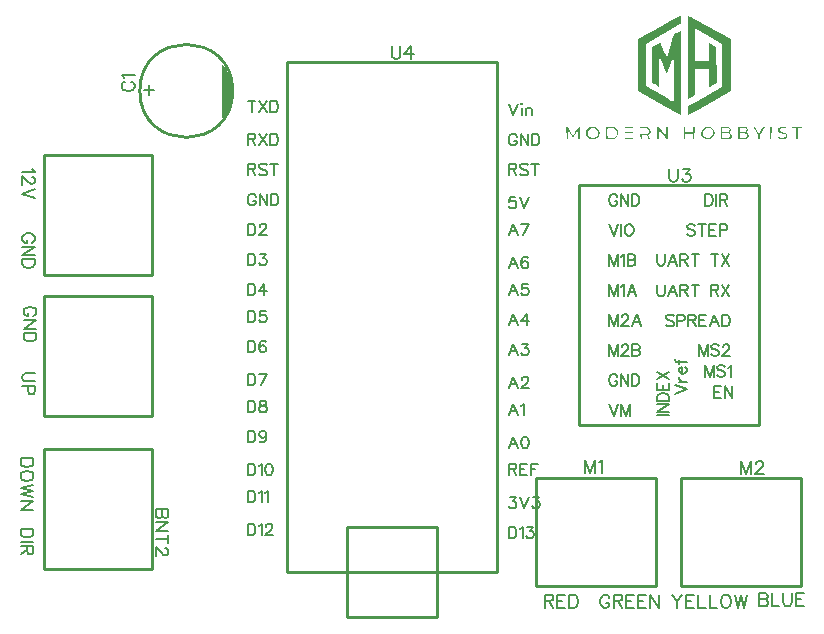
<source format=gto>
G04 Layer: TopSilkLayer*
G04 EasyEDA v6.4.19.5, 2021-05-06T20:56:21--4:00*
G04 abff795b53f7494696e4529b8d7fc3de,4cc6b0da07df45819412c628e5a569e9,10*
G04 Gerber Generator version 0.2*
G04 Scale: 100 percent, Rotated: No, Reflected: No *
G04 Dimensions in millimeters *
G04 leading zeros omitted , absolute positions ,4 integer and 5 decimal *
%FSLAX45Y45*%
%MOMM*%

%ADD10C,0.2540*%
%ADD18C,0.1520*%
%ADD19C,0.1524*%
%ADD20C,0.2032*%

%LPD*%
G36*
X6328460Y6252718D02*
G01*
X6328460Y5548274D01*
X6331508Y5548274D01*
X6335014Y5549493D01*
X6342126Y5552795D01*
X6363360Y5563717D01*
X6392164Y5579211D01*
X6392164Y5797194D01*
X6504889Y5797194D01*
X6504940Y5700268D01*
X6505651Y5666486D01*
X6506209Y5654497D01*
X6506819Y5646724D01*
X6507175Y5644692D01*
X6507530Y5643981D01*
X6511086Y5645404D01*
X6518706Y5649214D01*
X6541922Y5661812D01*
X6573570Y5679643D01*
X6571030Y5985967D01*
X6507327Y6022187D01*
X6504635Y5868974D01*
X6392164Y5868974D01*
X6392164Y6142634D01*
X6432550Y6120485D01*
X6475171Y6096508D01*
X6620002Y6013704D01*
X6622592Y5650636D01*
X6399174Y5521706D01*
X6367170Y5503418D01*
X6330950Y5483047D01*
X6328054Y5408422D01*
X6411925Y5455920D01*
X6691071Y5612688D01*
X6691071Y6048857D01*
X6394399Y6216954D01*
X6352438Y6240475D01*
X6333439Y6250889D01*
G37*
G36*
X6274562Y6251905D02*
G01*
X6267907Y6251346D01*
X6261354Y6248298D01*
X6229654Y6231534D01*
X6178092Y6203340D01*
X6112764Y6167018D01*
X5909564Y6052769D01*
X5907024Y5612790D01*
X6147968Y5477764D01*
X6250279Y5420868D01*
X6269532Y5410454D01*
X6274562Y5408676D01*
X6274562Y6122670D01*
X6269888Y6122670D01*
X6267500Y6122111D01*
X6263589Y6120536D01*
X6252514Y6115050D01*
X6239205Y6107633D01*
X6226098Y6099759D01*
X6215684Y6092850D01*
X6212230Y6090208D01*
X6210401Y6088329D01*
X6209284Y6085484D01*
X6204305Y6069482D01*
X6196380Y6042456D01*
X6186525Y6007709D01*
X6154877Y5893054D01*
X6151321Y5896559D01*
X6149543Y5899658D01*
X6141872Y5916726D01*
X6130594Y5944209D01*
X6110630Y5994908D01*
X6105601Y6006287D01*
X6103315Y6010605D01*
X6101130Y6014110D01*
X6098946Y6016802D01*
X6096711Y6018733D01*
X6094374Y6019952D01*
X6091885Y6020460D01*
X6089142Y6020358D01*
X6086144Y6019698D01*
X6082792Y6018428D01*
X6074816Y6014466D01*
X6024778Y5986221D01*
X6024676Y5682742D01*
X6066028Y5659170D01*
X6082995Y5650128D01*
X6086195Y5648807D01*
X6086551Y5650484D01*
X6087211Y5663031D01*
X6087770Y5686145D01*
X6088380Y5755386D01*
X6088380Y5903061D01*
X6092545Y5900521D01*
X6093358Y5899607D01*
X6096050Y5894527D01*
X6100013Y5885688D01*
X6110732Y5859322D01*
X6126530Y5817463D01*
X6137706Y5788507D01*
X6145123Y5770524D01*
X6146800Y5767324D01*
X6150000Y5763818D01*
X6186779Y5848807D01*
X6198666Y5874766D01*
X6203035Y5883706D01*
X6205931Y5889091D01*
X6206744Y5890260D01*
X6210909Y5894832D01*
X6210909Y5524347D01*
X6205626Y5524347D01*
X6203289Y5525160D01*
X6190640Y5531459D01*
X6168948Y5542991D01*
X6106312Y5577484D01*
X5975858Y5651195D01*
X5975705Y6012230D01*
X6062573Y6061964D01*
X6221425Y6151829D01*
X6248349Y6167628D01*
X6265773Y6178448D01*
X6269990Y6181394D01*
X6270853Y6182207D01*
X6274409Y6187287D01*
G37*
G36*
X6889496Y5309717D02*
G01*
X6887667Y5309362D01*
X6887057Y5307025D01*
X6888581Y5303520D01*
X6892798Y5295950D01*
X6906666Y5273040D01*
X6926224Y5241747D01*
X6926224Y5203647D01*
X6936028Y5203647D01*
X6936028Y5238343D01*
X6979920Y5308955D01*
X6967728Y5308955D01*
X6943293Y5269230D01*
X6940042Y5264556D01*
X6937197Y5261203D01*
X6934657Y5259120D01*
X6932269Y5258409D01*
X6929932Y5258968D01*
X6927494Y5260797D01*
X6924802Y5263946D01*
X6918198Y5274106D01*
X6909206Y5288635D01*
X6904481Y5295341D01*
X6899960Y5300929D01*
X6895795Y5305348D01*
X6892239Y5308346D01*
G37*
G36*
X7114895Y5309362D02*
G01*
X7096506Y5296204D01*
X7096506Y5269941D01*
X7101078Y5265470D01*
X7104938Y5263083D01*
X7112152Y5259882D01*
X7121601Y5256276D01*
X7132320Y5252669D01*
X7158990Y5244338D01*
X7158990Y5220766D01*
X7128002Y5212080D01*
X7097826Y5226812D01*
X7092950Y5219090D01*
X7109053Y5206034D01*
X7155027Y5206034D01*
X7171232Y5219141D01*
X7171232Y5245557D01*
X7164425Y5251094D01*
X7160107Y5253685D01*
X7153452Y5256682D01*
X7145375Y5259781D01*
X7136739Y5262473D01*
X7115860Y5268417D01*
X7105650Y5284216D01*
X7119416Y5300370D01*
X7166660Y5295950D01*
X7163104Y5306568D01*
G37*
G36*
X6754418Y5309362D02*
G01*
X6754684Y5299354D01*
X6815988Y5299202D01*
X6829094Y5291124D01*
X6825792Y5268264D01*
X6769455Y5265369D01*
X6769455Y5299354D01*
X6754684Y5299354D01*
X6756415Y5234990D01*
X6769912Y5234990D01*
X6769963Y5240731D01*
X6770471Y5245811D01*
X6771386Y5249519D01*
X6774027Y5256276D01*
X6791045Y5256276D01*
X6798614Y5255920D01*
X6806692Y5254904D01*
X6814362Y5253431D01*
X6820560Y5251602D01*
X6833158Y5246928D01*
X6833158Y5222544D01*
X6806742Y5212740D01*
X6771894Y5215585D01*
X6770319Y5229148D01*
X6769912Y5234990D01*
X6756415Y5234990D01*
X6757212Y5206034D01*
X6815988Y5203545D01*
X6827774Y5209590D01*
X6832752Y5212588D01*
X6837680Y5216296D01*
X6841896Y5220309D01*
X6844893Y5224068D01*
X6850278Y5232552D01*
X6833463Y5261305D01*
X6842150Y5283555D01*
X6830466Y5306568D01*
G37*
G36*
X7210450Y5308955D02*
G01*
X7210450Y5299354D01*
X7244384Y5299354D01*
X7247178Y5206796D01*
X7259421Y5202834D01*
X7259421Y5299354D01*
X7293152Y5299354D01*
X7299198Y5308955D01*
G37*
G36*
X7023912Y5308955D02*
G01*
X7026706Y5206034D01*
X7036511Y5206034D01*
X7039254Y5308955D01*
G37*
G36*
X6607454Y5308955D02*
G01*
X6607710Y5299354D01*
X6669024Y5299202D01*
X6682130Y5291124D01*
X6678828Y5268264D01*
X6622440Y5265369D01*
X6622440Y5299354D01*
X6607710Y5299354D01*
X6608825Y5257495D01*
X6622440Y5257495D01*
X6677812Y5252974D01*
X6690359Y5236210D01*
X6684822Y5222036D01*
X6672935Y5217617D01*
X6666788Y5215890D01*
X6658864Y5214518D01*
X6650177Y5213553D01*
X6641744Y5213197D01*
X6622440Y5213197D01*
X6622440Y5257495D01*
X6608825Y5257495D01*
X6610197Y5206034D01*
X6632143Y5204510D01*
X6641896Y5204155D01*
X6652310Y5204256D01*
X6662064Y5204866D01*
X6669989Y5205882D01*
X6685838Y5208778D01*
X6700875Y5223459D01*
X6700875Y5243576D01*
X6686296Y5259273D01*
X6697929Y5289296D01*
X6679742Y5308955D01*
G37*
G36*
X6476238Y5308955D02*
G01*
X6446418Y5284419D01*
X6440068Y5251348D01*
X6443174Y5244033D01*
X6455867Y5244033D01*
X6455867Y5275884D01*
X6479946Y5299354D01*
X6513322Y5299354D01*
X6538417Y5280101D01*
X6544665Y5252212D01*
X6529527Y5223560D01*
X6496456Y5212943D01*
X6471564Y5222189D01*
X6455867Y5244033D01*
X6443174Y5244033D01*
X6452616Y5221630D01*
X6482842Y5203647D01*
X6513220Y5203647D01*
X6546494Y5225491D01*
X6555282Y5259781D01*
X6548577Y5285841D01*
X6523024Y5308955D01*
G37*
G36*
X6293866Y5308955D02*
G01*
X6296609Y5206034D01*
X6306413Y5206034D01*
X6309410Y5251500D01*
X6372047Y5251500D01*
X6375044Y5206034D01*
X6384848Y5206034D01*
X6387592Y5308955D01*
X6372555Y5308955D01*
X6372555Y5265877D01*
X6308902Y5265877D01*
X6308902Y5308955D01*
G37*
G36*
X6068466Y5308955D02*
G01*
X6071260Y5206034D01*
X6081064Y5208320D01*
X6085941Y5284724D01*
X6124295Y5237683D01*
X6136386Y5223662D01*
X6146342Y5213045D01*
X6150102Y5209387D01*
X6152896Y5207050D01*
X6154521Y5206187D01*
X6159449Y5206034D01*
X6162192Y5308955D01*
X6147562Y5308955D01*
X6144717Y5230114D01*
X6081064Y5308904D01*
G37*
G36*
X5926124Y5308955D02*
G01*
X5932170Y5299354D01*
X5984798Y5299354D01*
X6000750Y5283809D01*
X5997752Y5258917D01*
X5973267Y5246878D01*
X5926124Y5246725D01*
X5929172Y5206034D01*
X5938926Y5206034D01*
X5942025Y5237124D01*
X5979820Y5237124D01*
X5990386Y5220411D01*
X5994247Y5214772D01*
X5997854Y5210200D01*
X6001156Y5206796D01*
X6004102Y5204612D01*
X6006541Y5203647D01*
X6008420Y5204002D01*
X6009589Y5205730D01*
X6009995Y5208879D01*
X6009233Y5211826D01*
X6007150Y5216093D01*
X6004052Y5221071D01*
X6000242Y5226202D01*
X5990488Y5238292D01*
X6015583Y5267350D01*
X6009589Y5292191D01*
X5989320Y5308955D01*
G37*
G36*
X5793841Y5308955D02*
G01*
X5799886Y5299354D01*
X5867908Y5299354D01*
X5867908Y5308955D01*
G37*
G36*
X5637276Y5308955D02*
G01*
X5638482Y5265318D01*
X5648045Y5265318D01*
X5648147Y5277967D01*
X5648604Y5287619D01*
X5649468Y5292953D01*
X5652008Y5299354D01*
X5701741Y5299354D01*
X5725820Y5275884D01*
X5725820Y5238800D01*
X5702960Y5217820D01*
X5649874Y5215585D01*
X5648147Y5258308D01*
X5648045Y5265318D01*
X5638482Y5265318D01*
X5640070Y5206034D01*
X5703824Y5206644D01*
X5730240Y5223560D01*
X5741263Y5256326D01*
X5734913Y5284774D01*
X5705449Y5308955D01*
G37*
G36*
X5499658Y5308955D02*
G01*
X5471007Y5280964D01*
X5471007Y5261203D01*
X5480812Y5261203D01*
X5480812Y5271363D01*
X5509463Y5299354D01*
X5544972Y5299354D01*
X5569000Y5275884D01*
X5569000Y5238800D01*
X5557977Y5229098D01*
X5552998Y5225084D01*
X5547461Y5221325D01*
X5542127Y5218226D01*
X5537657Y5216194D01*
X5528310Y5212943D01*
X5495340Y5223560D01*
X5488076Y5237327D01*
X5485282Y5243423D01*
X5482945Y5249976D01*
X5481421Y5256174D01*
X5480812Y5261203D01*
X5471007Y5261203D01*
X5471007Y5237276D01*
X5497982Y5208066D01*
X5532729Y5202682D01*
X5569356Y5217668D01*
X5584494Y5253075D01*
X5578500Y5284419D01*
X5548680Y5308955D01*
G37*
G36*
X5299202Y5308955D02*
G01*
X5301996Y5206034D01*
X5311800Y5208320D01*
X5316677Y5282590D01*
X5346852Y5232400D01*
X5349544Y5228285D01*
X5351932Y5225084D01*
X5354116Y5222798D01*
X5356148Y5221427D01*
X5358079Y5220970D01*
X5360009Y5221427D01*
X5362041Y5222798D01*
X5364276Y5225084D01*
X5369458Y5232450D01*
X5399989Y5282590D01*
X5402834Y5203647D01*
X5412232Y5203647D01*
X5412232Y5308955D01*
X5407761Y5308955D01*
X5406440Y5308193D01*
X5404358Y5306110D01*
X5401614Y5302808D01*
X5394655Y5293106D01*
X5386374Y5280304D01*
X5370220Y5253177D01*
X5367223Y5248554D01*
X5364632Y5244998D01*
X5362244Y5242458D01*
X5360060Y5240934D01*
X5357977Y5240375D01*
X5355844Y5240883D01*
X5353710Y5242458D01*
X5351322Y5244998D01*
X5348732Y5248554D01*
X5342483Y5258765D01*
X5313121Y5308955D01*
G37*
G36*
X5799886Y5265877D02*
G01*
X5793841Y5256276D01*
X5867908Y5256276D01*
X5867908Y5265877D01*
G37*
G36*
X5793841Y5213197D02*
G01*
X5799886Y5203647D01*
X5867908Y5203647D01*
X5867908Y5213197D01*
G37*
D18*
X775207Y4328921D02*
G01*
X785621Y4334255D01*
X796036Y4344670D01*
X801115Y4354829D01*
X801115Y4375657D01*
X796036Y4386071D01*
X785621Y4396486D01*
X775207Y4401820D01*
X759460Y4406900D01*
X733552Y4406900D01*
X718057Y4401820D01*
X707644Y4396486D01*
X697229Y4386071D01*
X692150Y4375657D01*
X692150Y4354829D01*
X697229Y4344670D01*
X707644Y4334255D01*
X718057Y4328921D01*
X733552Y4328921D01*
X733552Y4354829D02*
G01*
X733552Y4328921D01*
X801115Y4294631D02*
G01*
X692150Y4294631D01*
X801115Y4294631D02*
G01*
X692150Y4221987D01*
X801115Y4221987D02*
G01*
X692150Y4221987D01*
X801115Y4187697D02*
G01*
X692150Y4187697D01*
X801115Y4187697D02*
G01*
X801115Y4151376D01*
X796036Y4135628D01*
X785621Y4125213D01*
X775207Y4120134D01*
X759460Y4114800D01*
X733552Y4114800D01*
X718057Y4120134D01*
X707644Y4125213D01*
X697229Y4135628D01*
X692150Y4151376D01*
X692150Y4187697D01*
D19*
X801115Y3225800D02*
G01*
X723137Y3225800D01*
X707644Y3220720D01*
X697229Y3210305D01*
X692150Y3194557D01*
X692150Y3184144D01*
X697229Y3168650D01*
X707644Y3158236D01*
X723137Y3153155D01*
X801115Y3153155D01*
X801115Y3118865D02*
G01*
X692150Y3118865D01*
X801115Y3118865D02*
G01*
X801115Y3072129D01*
X796036Y3056381D01*
X790702Y3051302D01*
X780287Y3045968D01*
X764794Y3045968D01*
X754379Y3051302D01*
X749300Y3056381D01*
X743965Y3072129D01*
X743965Y3118865D01*
X788415Y2501900D02*
G01*
X679450Y2501900D01*
X788415Y2501900D02*
G01*
X788415Y2465578D01*
X783336Y2449829D01*
X772921Y2439670D01*
X762507Y2434336D01*
X746760Y2429255D01*
X720852Y2429255D01*
X705357Y2434336D01*
X694944Y2439670D01*
X684529Y2449829D01*
X679450Y2465578D01*
X679450Y2501900D01*
X788415Y2363723D02*
G01*
X783336Y2374137D01*
X772921Y2384552D01*
X762507Y2389631D01*
X746760Y2394965D01*
X720852Y2394965D01*
X705357Y2389631D01*
X694944Y2384552D01*
X684529Y2374137D01*
X679450Y2363723D01*
X679450Y2342895D01*
X684529Y2332481D01*
X694944Y2322068D01*
X705357Y2316987D01*
X720852Y2311654D01*
X746760Y2311654D01*
X762507Y2316987D01*
X772921Y2322068D01*
X783336Y2332481D01*
X788415Y2342895D01*
X788415Y2363723D01*
X788415Y2277363D02*
G01*
X679450Y2251455D01*
X788415Y2225547D02*
G01*
X679450Y2251455D01*
X788415Y2225547D02*
G01*
X679450Y2199639D01*
X788415Y2173478D02*
G01*
X679450Y2199639D01*
X788415Y2139187D02*
G01*
X679450Y2139187D01*
X788415Y2139187D02*
G01*
X679450Y2066544D01*
X788415Y2066544D02*
G01*
X679450Y2066544D01*
X788415Y1905000D02*
G01*
X679450Y1905000D01*
X788415Y1905000D02*
G01*
X788415Y1868678D01*
X783336Y1852929D01*
X772921Y1842770D01*
X762507Y1837436D01*
X746760Y1832355D01*
X720852Y1832355D01*
X705357Y1837436D01*
X694944Y1842770D01*
X684529Y1852929D01*
X679450Y1868678D01*
X679450Y1905000D01*
X788415Y1798065D02*
G01*
X679450Y1798065D01*
X788415Y1763776D02*
G01*
X679450Y1763776D01*
X788415Y1763776D02*
G01*
X788415Y1717039D01*
X783336Y1701292D01*
X778002Y1696212D01*
X767587Y1690878D01*
X757173Y1690878D01*
X746760Y1696212D01*
X741679Y1701292D01*
X736600Y1717039D01*
X736600Y1763776D01*
X736600Y1727200D02*
G01*
X679450Y1690878D01*
X5118100Y1347215D02*
G01*
X5118100Y1238250D01*
X5118100Y1347215D02*
G01*
X5164836Y1347215D01*
X5180329Y1342136D01*
X5185663Y1336802D01*
X5190743Y1326387D01*
X5190743Y1315973D01*
X5185663Y1305560D01*
X5180329Y1300479D01*
X5164836Y1295400D01*
X5118100Y1295400D01*
X5154422Y1295400D02*
G01*
X5190743Y1238250D01*
X5225034Y1347215D02*
G01*
X5225034Y1238250D01*
X5225034Y1347215D02*
G01*
X5292597Y1347215D01*
X5225034Y1295400D02*
G01*
X5266690Y1295400D01*
X5225034Y1238250D02*
G01*
X5292597Y1238250D01*
X5326888Y1347215D02*
G01*
X5326888Y1238250D01*
X5326888Y1347215D02*
G01*
X5363209Y1347215D01*
X5378958Y1342136D01*
X5389372Y1331721D01*
X5394452Y1321307D01*
X5399786Y1305560D01*
X5399786Y1279652D01*
X5394452Y1264157D01*
X5389372Y1253744D01*
X5378958Y1243329D01*
X5363209Y1238250D01*
X5326888Y1238250D01*
X5665977Y1321307D02*
G01*
X5660643Y1331721D01*
X5650229Y1342136D01*
X5640070Y1347215D01*
X5619241Y1347215D01*
X5608827Y1342136D01*
X5598413Y1331721D01*
X5593079Y1321307D01*
X5588000Y1305560D01*
X5588000Y1279652D01*
X5593079Y1264157D01*
X5598413Y1253744D01*
X5608827Y1243329D01*
X5619241Y1238250D01*
X5640070Y1238250D01*
X5650229Y1243329D01*
X5660643Y1253744D01*
X5665977Y1264157D01*
X5665977Y1279652D01*
X5640070Y1279652D02*
G01*
X5665977Y1279652D01*
X5700268Y1347215D02*
G01*
X5700268Y1238250D01*
X5700268Y1347215D02*
G01*
X5747004Y1347215D01*
X5762497Y1342136D01*
X5767831Y1336802D01*
X5772911Y1326387D01*
X5772911Y1315973D01*
X5767831Y1305560D01*
X5762497Y1300479D01*
X5747004Y1295400D01*
X5700268Y1295400D01*
X5736590Y1295400D02*
G01*
X5772911Y1238250D01*
X5807202Y1347215D02*
G01*
X5807202Y1238250D01*
X5807202Y1347215D02*
G01*
X5874765Y1347215D01*
X5807202Y1295400D02*
G01*
X5848858Y1295400D01*
X5807202Y1238250D02*
G01*
X5874765Y1238250D01*
X5909056Y1347215D02*
G01*
X5909056Y1238250D01*
X5909056Y1347215D02*
G01*
X5976620Y1347215D01*
X5909056Y1295400D02*
G01*
X5950711Y1295400D01*
X5909056Y1238250D02*
G01*
X5976620Y1238250D01*
X6010909Y1347215D02*
G01*
X6010909Y1238250D01*
X6010909Y1347215D02*
G01*
X6083554Y1238250D01*
X6083554Y1347215D02*
G01*
X6083554Y1238250D01*
X6197600Y1347215D02*
G01*
X6239256Y1295400D01*
X6239256Y1238250D01*
X6280658Y1347215D02*
G01*
X6239256Y1295400D01*
X6314947Y1347215D02*
G01*
X6314947Y1238250D01*
X6314947Y1347215D02*
G01*
X6382511Y1347215D01*
X6314947Y1295400D02*
G01*
X6356604Y1295400D01*
X6314947Y1238250D02*
G01*
X6382511Y1238250D01*
X6416802Y1347215D02*
G01*
X6416802Y1238250D01*
X6416802Y1238250D02*
G01*
X6479286Y1238250D01*
X6513575Y1347215D02*
G01*
X6513575Y1238250D01*
X6513575Y1238250D02*
G01*
X6575806Y1238250D01*
X6641338Y1347215D02*
G01*
X6630924Y1342136D01*
X6620509Y1331721D01*
X6615429Y1321307D01*
X6610095Y1305560D01*
X6610095Y1279652D01*
X6615429Y1264157D01*
X6620509Y1253744D01*
X6630924Y1243329D01*
X6641338Y1238250D01*
X6662165Y1238250D01*
X6672579Y1243329D01*
X6682740Y1253744D01*
X6688074Y1264157D01*
X6693154Y1279652D01*
X6693154Y1305560D01*
X6688074Y1321307D01*
X6682740Y1331721D01*
X6672579Y1342136D01*
X6662165Y1347215D01*
X6641338Y1347215D01*
X6727443Y1347215D02*
G01*
X6753606Y1238250D01*
X6779513Y1347215D02*
G01*
X6753606Y1238250D01*
X6779513Y1347215D02*
G01*
X6805422Y1238250D01*
X6831329Y1347215D02*
G01*
X6805422Y1238250D01*
X6934200Y1359915D02*
G01*
X6934200Y1250950D01*
X6934200Y1359915D02*
G01*
X6980936Y1359915D01*
X6996429Y1354836D01*
X7001763Y1349502D01*
X7006843Y1339087D01*
X7006843Y1328673D01*
X7001763Y1318260D01*
X6996429Y1313179D01*
X6980936Y1308100D01*
X6934200Y1308100D02*
G01*
X6980936Y1308100D01*
X6996429Y1302765D01*
X7001763Y1297686D01*
X7006843Y1287271D01*
X7006843Y1271523D01*
X7001763Y1261110D01*
X6996429Y1256029D01*
X6980936Y1250950D01*
X6934200Y1250950D01*
X7041134Y1359915D02*
G01*
X7041134Y1250950D01*
X7041134Y1250950D02*
G01*
X7103618Y1250950D01*
X7137908Y1359915D02*
G01*
X7137908Y1281937D01*
X7142988Y1266444D01*
X7153402Y1256029D01*
X7169150Y1250950D01*
X7179309Y1250950D01*
X7195058Y1256029D01*
X7205472Y1266444D01*
X7210552Y1281937D01*
X7210552Y1359915D01*
X7244841Y1359915D02*
G01*
X7244841Y1250950D01*
X7244841Y1359915D02*
G01*
X7312406Y1359915D01*
X7244841Y1308100D02*
G01*
X7286497Y1308100D01*
X7244841Y1250950D02*
G01*
X7312406Y1250950D01*
X6172200Y4954015D02*
G01*
X6172200Y4876037D01*
X6177279Y4860544D01*
X6187693Y4850129D01*
X6203441Y4845050D01*
X6213856Y4845050D01*
X6229350Y4850129D01*
X6239763Y4860544D01*
X6244843Y4876037D01*
X6244843Y4954015D01*
X6289547Y4954015D02*
G01*
X6346697Y4954015D01*
X6315709Y4912360D01*
X6331204Y4912360D01*
X6341618Y4907279D01*
X6346697Y4902200D01*
X6352031Y4886452D01*
X6352031Y4876037D01*
X6346697Y4860544D01*
X6336284Y4850129D01*
X6320790Y4845050D01*
X6305295Y4845050D01*
X6289547Y4850129D01*
X6284468Y4855210D01*
X6279134Y4865623D01*
D20*
X5732272Y4714242D02*
G01*
X5727954Y4723386D01*
X5718809Y4732530D01*
X5709665Y4737102D01*
X5691377Y4737102D01*
X5682488Y4732530D01*
X5673343Y4723386D01*
X5668772Y4714242D01*
X5664200Y4700780D01*
X5664200Y4677920D01*
X5668772Y4664204D01*
X5673343Y4655314D01*
X5682488Y4646170D01*
X5691377Y4641598D01*
X5709665Y4641598D01*
X5718809Y4646170D01*
X5727954Y4655314D01*
X5732272Y4664204D01*
X5732272Y4677920D01*
X5709665Y4677920D02*
G01*
X5732272Y4677920D01*
X5762497Y4737102D02*
G01*
X5762497Y4641598D01*
X5762497Y4737102D02*
G01*
X5825997Y4641598D01*
X5825997Y4737102D02*
G01*
X5825997Y4641598D01*
X5855970Y4737102D02*
G01*
X5855970Y4641598D01*
X5855970Y4737102D02*
G01*
X5887720Y4737102D01*
X5901436Y4732530D01*
X5910579Y4723386D01*
X5915152Y4714242D01*
X5919724Y4700780D01*
X5919724Y4677920D01*
X5915152Y4664204D01*
X5910579Y4655314D01*
X5901436Y4646170D01*
X5887720Y4641598D01*
X5855970Y4641598D01*
X5664200Y4483100D02*
G01*
X5700522Y4387595D01*
X5736843Y4483100D02*
G01*
X5700522Y4387595D01*
X5766815Y4483100D02*
G01*
X5766815Y4387595D01*
X5824220Y4483100D02*
G01*
X5815075Y4478528D01*
X5805931Y4469384D01*
X5801359Y4460239D01*
X5797041Y4446778D01*
X5797041Y4423918D01*
X5801359Y4410202D01*
X5805931Y4401312D01*
X5815075Y4392168D01*
X5824220Y4387595D01*
X5842508Y4387595D01*
X5851397Y4392168D01*
X5860541Y4401312D01*
X5865113Y4410202D01*
X5869686Y4423918D01*
X5869686Y4446778D01*
X5865113Y4460239D01*
X5860541Y4469384D01*
X5851397Y4478528D01*
X5842508Y4483100D01*
X5824220Y4483100D01*
X5664200Y3467102D02*
G01*
X5664200Y3371598D01*
X5664200Y3467102D02*
G01*
X5700522Y3371598D01*
X5736843Y3467102D02*
G01*
X5700522Y3371598D01*
X5736843Y3467102D02*
G01*
X5736843Y3371598D01*
X5771388Y3444242D02*
G01*
X5771388Y3448814D01*
X5775959Y3457958D01*
X5780531Y3462530D01*
X5789675Y3467102D01*
X5807709Y3467102D01*
X5816854Y3462530D01*
X5821425Y3457958D01*
X5825997Y3448814D01*
X5825997Y3439670D01*
X5821425Y3430780D01*
X5812281Y3417064D01*
X5766815Y3371598D01*
X5830570Y3371598D01*
X5860541Y3467102D02*
G01*
X5860541Y3371598D01*
X5860541Y3467102D02*
G01*
X5901436Y3467102D01*
X5915152Y3462530D01*
X5919724Y3457958D01*
X5924295Y3448814D01*
X5924295Y3439670D01*
X5919724Y3430780D01*
X5915152Y3426208D01*
X5901436Y3421636D01*
X5860541Y3421636D02*
G01*
X5901436Y3421636D01*
X5915152Y3417064D01*
X5919724Y3412492D01*
X5924295Y3403348D01*
X5924295Y3389886D01*
X5919724Y3380742D01*
X5915152Y3376170D01*
X5901436Y3371598D01*
X5860541Y3371598D01*
X5664200Y3721102D02*
G01*
X5664200Y3625598D01*
X5664200Y3721102D02*
G01*
X5700522Y3625598D01*
X5736843Y3721102D02*
G01*
X5700522Y3625598D01*
X5736843Y3721102D02*
G01*
X5736843Y3625598D01*
X5771388Y3698242D02*
G01*
X5771388Y3702814D01*
X5775959Y3711958D01*
X5780531Y3716530D01*
X5789675Y3721102D01*
X5807709Y3721102D01*
X5816854Y3716530D01*
X5821425Y3711958D01*
X5825997Y3702814D01*
X5825997Y3693670D01*
X5821425Y3684780D01*
X5812281Y3671064D01*
X5766815Y3625598D01*
X5830570Y3625598D01*
X5896863Y3721102D02*
G01*
X5860541Y3625598D01*
X5896863Y3721102D02*
G01*
X5933186Y3625598D01*
X5874258Y3657348D02*
G01*
X5919724Y3657348D01*
X5664200Y3975102D02*
G01*
X5664200Y3879598D01*
X5664200Y3975102D02*
G01*
X5700522Y3879598D01*
X5736843Y3975102D02*
G01*
X5700522Y3879598D01*
X5736843Y3975102D02*
G01*
X5736843Y3879598D01*
X5766815Y3956814D02*
G01*
X5775959Y3961386D01*
X5789675Y3975102D01*
X5789675Y3879598D01*
X5855970Y3975102D02*
G01*
X5819647Y3879598D01*
X5855970Y3975102D02*
G01*
X5892291Y3879598D01*
X5833363Y3911348D02*
G01*
X5878829Y3911348D01*
X5664200Y4229102D02*
G01*
X5664200Y4133598D01*
X5664200Y4229102D02*
G01*
X5700522Y4133598D01*
X5736843Y4229102D02*
G01*
X5700522Y4133598D01*
X5736843Y4229102D02*
G01*
X5736843Y4133598D01*
X5766815Y4210814D02*
G01*
X5775959Y4215386D01*
X5789675Y4229102D01*
X5789675Y4133598D01*
X5819647Y4229102D02*
G01*
X5819647Y4133598D01*
X5819647Y4229102D02*
G01*
X5860541Y4229102D01*
X5874258Y4224530D01*
X5878829Y4219958D01*
X5883402Y4210814D01*
X5883402Y4201670D01*
X5878829Y4192780D01*
X5874258Y4188208D01*
X5860541Y4183636D01*
X5819647Y4183636D02*
G01*
X5860541Y4183636D01*
X5874258Y4179064D01*
X5878829Y4174492D01*
X5883402Y4165348D01*
X5883402Y4151886D01*
X5878829Y4142742D01*
X5874258Y4138170D01*
X5860541Y4133598D01*
X5819647Y4133598D01*
X5732272Y3190239D02*
G01*
X5727954Y3199384D01*
X5718809Y3208528D01*
X5709665Y3213100D01*
X5691377Y3213100D01*
X5682488Y3208528D01*
X5673343Y3199384D01*
X5668772Y3190239D01*
X5664200Y3176778D01*
X5664200Y3153918D01*
X5668772Y3140202D01*
X5673343Y3131312D01*
X5682488Y3122168D01*
X5691377Y3117595D01*
X5709665Y3117595D01*
X5718809Y3122168D01*
X5727954Y3131312D01*
X5732272Y3140202D01*
X5732272Y3153918D01*
X5709665Y3153918D02*
G01*
X5732272Y3153918D01*
X5762497Y3213100D02*
G01*
X5762497Y3117595D01*
X5762497Y3213100D02*
G01*
X5825997Y3117595D01*
X5825997Y3213100D02*
G01*
X5825997Y3117595D01*
X5855970Y3213100D02*
G01*
X5855970Y3117595D01*
X5855970Y3213100D02*
G01*
X5887720Y3213100D01*
X5901436Y3208528D01*
X5910579Y3199384D01*
X5915152Y3190239D01*
X5919724Y3176778D01*
X5919724Y3153918D01*
X5915152Y3140202D01*
X5910579Y3131312D01*
X5901436Y3122168D01*
X5887720Y3117595D01*
X5855970Y3117595D01*
X5664200Y2959102D02*
G01*
X5700522Y2863598D01*
X5736843Y2959102D02*
G01*
X5700522Y2863598D01*
X5766815Y2959102D02*
G01*
X5766815Y2863598D01*
X5766815Y2959102D02*
G01*
X5803391Y2863598D01*
X5839713Y2959102D02*
G01*
X5803391Y2863598D01*
X5839713Y2959102D02*
G01*
X5839713Y2863598D01*
X6553200Y3111502D02*
G01*
X6553200Y3015998D01*
X6553200Y3111502D02*
G01*
X6612381Y3111502D01*
X6553200Y3066036D02*
G01*
X6589522Y3066036D01*
X6553200Y3015998D02*
G01*
X6612381Y3015998D01*
X6642354Y3111502D02*
G01*
X6642354Y3015998D01*
X6642354Y3111502D02*
G01*
X6705854Y3015998D01*
X6705854Y3111502D02*
G01*
X6705854Y3015998D01*
X6477000Y3289300D02*
G01*
X6477000Y3193795D01*
X6477000Y3289300D02*
G01*
X6513322Y3193795D01*
X6549643Y3289300D02*
G01*
X6513322Y3193795D01*
X6549643Y3289300D02*
G01*
X6549643Y3193795D01*
X6643370Y3275584D02*
G01*
X6634225Y3284728D01*
X6620509Y3289300D01*
X6602475Y3289300D01*
X6588759Y3284728D01*
X6579615Y3275584D01*
X6579615Y3266439D01*
X6584188Y3257295D01*
X6588759Y3252978D01*
X6597904Y3248405D01*
X6625081Y3239262D01*
X6634225Y3234689D01*
X6638797Y3230118D01*
X6643370Y3220973D01*
X6643370Y3207512D01*
X6634225Y3198368D01*
X6620509Y3193795D01*
X6602475Y3193795D01*
X6588759Y3198368D01*
X6579615Y3207512D01*
X6673341Y3271012D02*
G01*
X6682486Y3275584D01*
X6696202Y3289300D01*
X6696202Y3193795D01*
X6426200Y3467100D02*
G01*
X6426200Y3371595D01*
X6426200Y3467100D02*
G01*
X6462522Y3371595D01*
X6498843Y3467100D02*
G01*
X6462522Y3371595D01*
X6498843Y3467100D02*
G01*
X6498843Y3371595D01*
X6592570Y3453384D02*
G01*
X6583425Y3462528D01*
X6569709Y3467100D01*
X6551675Y3467100D01*
X6537959Y3462528D01*
X6528815Y3453384D01*
X6528815Y3444239D01*
X6533388Y3435095D01*
X6537959Y3430778D01*
X6547104Y3426205D01*
X6574281Y3417062D01*
X6583425Y3412489D01*
X6587997Y3407918D01*
X6592570Y3398773D01*
X6592570Y3385312D01*
X6583425Y3376168D01*
X6569709Y3371595D01*
X6551675Y3371595D01*
X6537959Y3376168D01*
X6528815Y3385312D01*
X6627113Y3444239D02*
G01*
X6627113Y3448812D01*
X6631686Y3457955D01*
X6636258Y3462528D01*
X6645402Y3467100D01*
X6663436Y3467100D01*
X6672579Y3462528D01*
X6677152Y3457955D01*
X6681724Y3448812D01*
X6681724Y3439668D01*
X6677152Y3430778D01*
X6668008Y3417062D01*
X6622541Y3371595D01*
X6686295Y3371595D01*
X6070600Y4229097D02*
G01*
X6070600Y4160771D01*
X6075172Y4147309D01*
X6084315Y4138165D01*
X6097777Y4133593D01*
X6106922Y4133593D01*
X6120638Y4138165D01*
X6129781Y4147309D01*
X6134354Y4160771D01*
X6134354Y4229097D01*
X6200647Y4229097D02*
G01*
X6164325Y4133593D01*
X6200647Y4229097D02*
G01*
X6236970Y4133593D01*
X6177788Y4165343D02*
G01*
X6223254Y4165343D01*
X6266941Y4229097D02*
G01*
X6266941Y4133593D01*
X6266941Y4229097D02*
G01*
X6307836Y4229097D01*
X6321552Y4224525D01*
X6326124Y4219953D01*
X6330695Y4210809D01*
X6330695Y4201665D01*
X6326124Y4192775D01*
X6321552Y4188203D01*
X6307836Y4183631D01*
X6266941Y4183631D01*
X6298691Y4183631D02*
G01*
X6330695Y4133593D01*
X6392418Y4229097D02*
G01*
X6392418Y4133593D01*
X6360668Y4229097D02*
G01*
X6424168Y4229097D01*
X6555993Y4229097D02*
G01*
X6555993Y4133593D01*
X6524243Y4229097D02*
G01*
X6587997Y4229097D01*
X6617970Y4229097D02*
G01*
X6681470Y4133593D01*
X6681470Y4229097D02*
G01*
X6617970Y4133593D01*
X6210554Y3703573D02*
G01*
X6201409Y3712718D01*
X6187693Y3717289D01*
X6169406Y3717289D01*
X6155943Y3712718D01*
X6146800Y3703573D01*
X6146800Y3694429D01*
X6151372Y3685286D01*
X6155943Y3680968D01*
X6165088Y3676395D01*
X6192265Y3667252D01*
X6201409Y3662679D01*
X6205981Y3658107D01*
X6210554Y3648963D01*
X6210554Y3635502D01*
X6201409Y3626357D01*
X6187693Y3621786D01*
X6169406Y3621786D01*
X6155943Y3626357D01*
X6146800Y3635502D01*
X6240525Y3717289D02*
G01*
X6240525Y3621786D01*
X6240525Y3717289D02*
G01*
X6281420Y3717289D01*
X6294881Y3712718D01*
X6299454Y3708145D01*
X6304025Y3699002D01*
X6304025Y3685286D01*
X6299454Y3676395D01*
X6294881Y3671823D01*
X6281420Y3667252D01*
X6240525Y3667252D01*
X6333997Y3717289D02*
G01*
X6333997Y3621786D01*
X6333997Y3717289D02*
G01*
X6374891Y3717289D01*
X6388608Y3712718D01*
X6393179Y3708145D01*
X6397752Y3699002D01*
X6397752Y3689857D01*
X6393179Y3680968D01*
X6388608Y3676395D01*
X6374891Y3671823D01*
X6333997Y3671823D01*
X6366002Y3671823D02*
G01*
X6397752Y3621786D01*
X6427724Y3717289D02*
G01*
X6427724Y3621786D01*
X6427724Y3717289D02*
G01*
X6486906Y3717289D01*
X6427724Y3671823D02*
G01*
X6464045Y3671823D01*
X6427724Y3621786D02*
G01*
X6486906Y3621786D01*
X6553200Y3717289D02*
G01*
X6516877Y3621786D01*
X6553200Y3717289D02*
G01*
X6589522Y3621786D01*
X6530340Y3653536D02*
G01*
X6575806Y3653536D01*
X6619493Y3717289D02*
G01*
X6619493Y3621786D01*
X6619493Y3717289D02*
G01*
X6651243Y3717289D01*
X6664959Y3712718D01*
X6674104Y3703573D01*
X6678675Y3694429D01*
X6683247Y3680968D01*
X6683247Y3658107D01*
X6678675Y3644392D01*
X6674104Y3635502D01*
X6664959Y3626357D01*
X6651243Y3621786D01*
X6619493Y3621786D01*
X6388354Y4469386D02*
G01*
X6379209Y4478530D01*
X6365493Y4483102D01*
X6347206Y4483102D01*
X6333743Y4478530D01*
X6324600Y4469386D01*
X6324600Y4460242D01*
X6329172Y4451098D01*
X6333743Y4446780D01*
X6342888Y4442208D01*
X6370065Y4433064D01*
X6379209Y4428492D01*
X6383781Y4423920D01*
X6388354Y4414776D01*
X6388354Y4401314D01*
X6379209Y4392170D01*
X6365493Y4387598D01*
X6347206Y4387598D01*
X6333743Y4392170D01*
X6324600Y4401314D01*
X6450075Y4483102D02*
G01*
X6450075Y4387598D01*
X6418325Y4483102D02*
G01*
X6481825Y4483102D01*
X6511797Y4483102D02*
G01*
X6511797Y4387598D01*
X6511797Y4483102D02*
G01*
X6570979Y4483102D01*
X6511797Y4437636D02*
G01*
X6548120Y4437636D01*
X6511797Y4387598D02*
G01*
X6570979Y4387598D01*
X6600952Y4483102D02*
G01*
X6600952Y4387598D01*
X6600952Y4483102D02*
G01*
X6641845Y4483102D01*
X6655561Y4478530D01*
X6660134Y4473958D01*
X6664706Y4464814D01*
X6664706Y4451098D01*
X6660134Y4442208D01*
X6655561Y4437636D01*
X6641845Y4433064D01*
X6600952Y4433064D01*
X6477000Y4737102D02*
G01*
X6477000Y4641598D01*
X6477000Y4737102D02*
G01*
X6508750Y4737102D01*
X6522465Y4732530D01*
X6531609Y4723386D01*
X6536181Y4714242D01*
X6540754Y4700780D01*
X6540754Y4677920D01*
X6536181Y4664204D01*
X6531609Y4655314D01*
X6522465Y4646170D01*
X6508750Y4641598D01*
X6477000Y4641598D01*
X6570725Y4737102D02*
G01*
X6570725Y4641598D01*
X6600697Y4737102D02*
G01*
X6600697Y4641598D01*
X6600697Y4737102D02*
G01*
X6641591Y4737102D01*
X6655308Y4732530D01*
X6659625Y4727958D01*
X6664197Y4718814D01*
X6664197Y4709670D01*
X6659625Y4700780D01*
X6655308Y4696208D01*
X6641591Y4691636D01*
X6600697Y4691636D01*
X6632447Y4691636D02*
G01*
X6664197Y4641598D01*
X6222997Y3050034D02*
G01*
X6318501Y3086356D01*
X6222997Y3122678D02*
G01*
X6318501Y3086356D01*
X6255001Y3152650D02*
G01*
X6318501Y3152650D01*
X6282179Y3152650D02*
G01*
X6268463Y3157222D01*
X6259319Y3166366D01*
X6255001Y3175510D01*
X6255001Y3189226D01*
X6282179Y3219198D02*
G01*
X6282179Y3273554D01*
X6273035Y3273554D01*
X6263891Y3269236D01*
X6259319Y3264664D01*
X6255001Y3255520D01*
X6255001Y3241804D01*
X6259319Y3232660D01*
X6268463Y3223770D01*
X6282179Y3219198D01*
X6291323Y3219198D01*
X6304785Y3223770D01*
X6313929Y3232660D01*
X6318501Y3241804D01*
X6318501Y3255520D01*
X6313929Y3264664D01*
X6304785Y3273554D01*
X6222997Y3340102D02*
G01*
X6222997Y3330958D01*
X6227569Y3321814D01*
X6241285Y3317242D01*
X6318501Y3317242D01*
X6255001Y3303780D02*
G01*
X6255001Y3335530D01*
X6070600Y2865881D02*
G01*
X6166104Y2865881D01*
X6070600Y2895854D02*
G01*
X6166104Y2895854D01*
X6070600Y2895854D02*
G01*
X6166104Y2959607D01*
X6070600Y2959607D02*
G01*
X6166104Y2959607D01*
X6070600Y2989579D02*
G01*
X6166104Y2989579D01*
X6070600Y2989579D02*
G01*
X6070600Y3021329D01*
X6075172Y3035045D01*
X6084315Y3044189D01*
X6093459Y3048507D01*
X6106922Y3053079D01*
X6129781Y3053079D01*
X6143497Y3048507D01*
X6152388Y3044189D01*
X6161531Y3035045D01*
X6166104Y3021329D01*
X6166104Y2989579D01*
X6070600Y3083052D02*
G01*
X6166104Y3083052D01*
X6070600Y3083052D02*
G01*
X6070600Y3142234D01*
X6116065Y3083052D02*
G01*
X6116065Y3119628D01*
X6166104Y3083052D02*
G01*
X6166104Y3142234D01*
X6070600Y3172205D02*
G01*
X6166104Y3235960D01*
X6070600Y3235960D02*
G01*
X6166104Y3172205D01*
X6070600Y3971289D02*
G01*
X6070600Y3902963D01*
X6075172Y3889502D01*
X6084315Y3880357D01*
X6097777Y3875786D01*
X6106922Y3875786D01*
X6120638Y3880357D01*
X6129781Y3889502D01*
X6134354Y3902963D01*
X6134354Y3971289D01*
X6200647Y3971289D02*
G01*
X6164325Y3875786D01*
X6200647Y3971289D02*
G01*
X6236970Y3875786D01*
X6177788Y3907536D02*
G01*
X6223254Y3907536D01*
X6266941Y3971289D02*
G01*
X6266941Y3875786D01*
X6266941Y3971289D02*
G01*
X6307836Y3971289D01*
X6321552Y3966718D01*
X6326124Y3962145D01*
X6330695Y3953002D01*
X6330695Y3943857D01*
X6326124Y3934968D01*
X6321552Y3930395D01*
X6307836Y3925823D01*
X6266941Y3925823D01*
X6298691Y3925823D02*
G01*
X6330695Y3875786D01*
X6392418Y3971289D02*
G01*
X6392418Y3875786D01*
X6360668Y3971289D02*
G01*
X6424168Y3971289D01*
X6524243Y3971289D02*
G01*
X6524243Y3875786D01*
X6524243Y3971289D02*
G01*
X6565138Y3971289D01*
X6578854Y3966718D01*
X6583425Y3962145D01*
X6587997Y3953002D01*
X6587997Y3943857D01*
X6583425Y3934968D01*
X6578854Y3930395D01*
X6565138Y3925823D01*
X6524243Y3925823D01*
X6555993Y3925823D02*
G01*
X6587997Y3875786D01*
X6617970Y3971289D02*
G01*
X6681470Y3875786D01*
X6681470Y3971289D02*
G01*
X6617970Y3875786D01*
D19*
X1561592Y5691378D02*
G01*
X1551178Y5686044D01*
X1540763Y5675629D01*
X1535684Y5665470D01*
X1535684Y5644642D01*
X1540763Y5634228D01*
X1551178Y5623813D01*
X1561592Y5618479D01*
X1577339Y5613400D01*
X1603247Y5613400D01*
X1618742Y5618479D01*
X1629155Y5623813D01*
X1639570Y5634228D01*
X1644650Y5644642D01*
X1644650Y5665470D01*
X1639570Y5675629D01*
X1629155Y5686044D01*
X1618742Y5691378D01*
X1556512Y5725668D02*
G01*
X1551178Y5736081D01*
X1535684Y5751576D01*
X1644650Y5751576D01*
D20*
X1768094Y5664215D02*
G01*
X1768094Y5582427D01*
X1727200Y5623321D02*
G01*
X1808987Y5623321D01*
D19*
X780287Y4953000D02*
G01*
X785621Y4942586D01*
X801115Y4927092D01*
X692150Y4927092D01*
X775207Y4887468D02*
G01*
X780287Y4887468D01*
X790702Y4882387D01*
X796036Y4877054D01*
X801115Y4866639D01*
X801115Y4846065D01*
X796036Y4835652D01*
X790702Y4830318D01*
X780287Y4825237D01*
X769873Y4825237D01*
X759460Y4830318D01*
X743965Y4840731D01*
X692150Y4892802D01*
X692150Y4819904D01*
X801115Y4785613D02*
G01*
X692150Y4744212D01*
X801115Y4702555D02*
G01*
X692150Y4744212D01*
X1931415Y2070100D02*
G01*
X1822450Y2070100D01*
X1931415Y2070100D02*
G01*
X1931415Y2023363D01*
X1926336Y2007870D01*
X1921002Y2002536D01*
X1910587Y1997455D01*
X1900173Y1997455D01*
X1889760Y2002536D01*
X1884679Y2007870D01*
X1879600Y2023363D01*
X1879600Y2070100D02*
G01*
X1879600Y2023363D01*
X1874265Y2007870D01*
X1869186Y2002536D01*
X1858771Y1997455D01*
X1843023Y1997455D01*
X1832610Y2002536D01*
X1827529Y2007870D01*
X1822450Y2023363D01*
X1822450Y2070100D01*
X1931415Y1963165D02*
G01*
X1822450Y1963165D01*
X1931415Y1963165D02*
G01*
X1822450Y1890268D01*
X1931415Y1890268D02*
G01*
X1822450Y1890268D01*
X1931415Y1819655D02*
G01*
X1822450Y1819655D01*
X1931415Y1855978D02*
G01*
X1931415Y1783334D01*
X1905507Y1743710D02*
G01*
X1910587Y1743710D01*
X1921002Y1738629D01*
X1926336Y1733550D01*
X1931415Y1723136D01*
X1931415Y1702307D01*
X1926336Y1691894D01*
X1921002Y1686560D01*
X1910587Y1681479D01*
X1900173Y1681479D01*
X1889760Y1686560D01*
X1874265Y1696973D01*
X1822450Y1749044D01*
X1822450Y1676400D01*
X787907Y3706621D02*
G01*
X798321Y3711955D01*
X808736Y3722370D01*
X813815Y3732529D01*
X813815Y3753357D01*
X808736Y3763771D01*
X798321Y3774186D01*
X787907Y3779520D01*
X772160Y3784600D01*
X746252Y3784600D01*
X730757Y3779520D01*
X720344Y3774186D01*
X709929Y3763771D01*
X704850Y3753357D01*
X704850Y3732529D01*
X709929Y3722370D01*
X720344Y3711955D01*
X730757Y3706621D01*
X746252Y3706621D01*
X746252Y3732529D02*
G01*
X746252Y3706621D01*
X813815Y3672331D02*
G01*
X704850Y3672331D01*
X813815Y3672331D02*
G01*
X704850Y3599687D01*
X813815Y3599687D02*
G01*
X704850Y3599687D01*
X813815Y3565397D02*
G01*
X704850Y3565397D01*
X813815Y3565397D02*
G01*
X813815Y3529076D01*
X808736Y3513328D01*
X798321Y3502913D01*
X787907Y3497834D01*
X772160Y3492500D01*
X746252Y3492500D01*
X730757Y3497834D01*
X720344Y3502913D01*
X709929Y3513328D01*
X704850Y3529076D01*
X704850Y3565397D01*
X5461000Y2490215D02*
G01*
X5461000Y2381250D01*
X5461000Y2490215D02*
G01*
X5502656Y2381250D01*
X5544058Y2490215D02*
G01*
X5502656Y2381250D01*
X5544058Y2490215D02*
G01*
X5544058Y2381250D01*
X5578347Y2469387D02*
G01*
X5588761Y2474721D01*
X5604509Y2490215D01*
X5604509Y2381250D01*
X3822700Y5995415D02*
G01*
X3822700Y5917437D01*
X3827779Y5901944D01*
X3838193Y5891529D01*
X3853941Y5886450D01*
X3864356Y5886450D01*
X3879850Y5891529D01*
X3890263Y5901944D01*
X3895343Y5917437D01*
X3895343Y5995415D01*
X3981704Y5995415D02*
G01*
X3929634Y5922771D01*
X4007611Y5922771D01*
X3981704Y5995415D02*
G01*
X3981704Y5886450D01*
D20*
X2635758Y5529071D02*
G01*
X2635758Y5432044D01*
X2603500Y5529071D02*
G01*
X2668270Y5529071D01*
X2698750Y5529071D02*
G01*
X2763265Y5432044D01*
X2763265Y5529071D02*
G01*
X2698750Y5432044D01*
X2793745Y5529071D02*
G01*
X2793745Y5432044D01*
X2793745Y5529071D02*
G01*
X2826004Y5529071D01*
X2839974Y5524500D01*
X2849118Y5515355D01*
X2853690Y5505957D01*
X2858515Y5492242D01*
X2858515Y5469128D01*
X2853690Y5455157D01*
X2849118Y5446013D01*
X2839974Y5436870D01*
X2826004Y5432044D01*
X2793745Y5432044D01*
X4882641Y5226557D02*
G01*
X4878070Y5235955D01*
X4868672Y5245100D01*
X4859527Y5249671D01*
X4840986Y5249671D01*
X4831841Y5245100D01*
X4822443Y5235955D01*
X4817872Y5226557D01*
X4813300Y5212842D01*
X4813300Y5189728D01*
X4817872Y5175757D01*
X4822443Y5166613D01*
X4831841Y5157470D01*
X4840986Y5152644D01*
X4859527Y5152644D01*
X4868672Y5157470D01*
X4878070Y5166613D01*
X4882641Y5175757D01*
X4882641Y5189728D01*
X4859527Y5189728D02*
G01*
X4882641Y5189728D01*
X4913122Y5249671D02*
G01*
X4913122Y5152644D01*
X4913122Y5249671D02*
G01*
X4977638Y5152644D01*
X4977638Y5249671D02*
G01*
X4977638Y5152644D01*
X5008118Y5249671D02*
G01*
X5008118Y5152644D01*
X5008118Y5249671D02*
G01*
X5040629Y5249671D01*
X5054345Y5245100D01*
X5063490Y5235955D01*
X5068315Y5226557D01*
X5072888Y5212842D01*
X5072888Y5189728D01*
X5068315Y5175757D01*
X5063490Y5166613D01*
X5054345Y5157470D01*
X5040629Y5152644D01*
X5008118Y5152644D01*
X4868672Y4716271D02*
G01*
X4822443Y4716271D01*
X4817872Y4674870D01*
X4822443Y4679442D01*
X4836413Y4684013D01*
X4850129Y4684013D01*
X4864100Y4679442D01*
X4873243Y4670044D01*
X4878070Y4656328D01*
X4878070Y4646929D01*
X4873243Y4633213D01*
X4864100Y4624070D01*
X4850129Y4619244D01*
X4836413Y4619244D01*
X4822443Y4624070D01*
X4817872Y4628642D01*
X4813300Y4637786D01*
X4908550Y4716271D02*
G01*
X4945379Y4619244D01*
X4982209Y4716271D02*
G01*
X4945379Y4619244D01*
X2603500Y1947671D02*
G01*
X2603500Y1850644D01*
X2603500Y1947671D02*
G01*
X2635758Y1947671D01*
X2649727Y1943100D01*
X2658872Y1933955D01*
X2663443Y1924557D01*
X2668270Y1910842D01*
X2668270Y1887728D01*
X2663443Y1873757D01*
X2658872Y1864613D01*
X2649727Y1855470D01*
X2635758Y1850644D01*
X2603500Y1850644D01*
X2698750Y1929129D02*
G01*
X2707893Y1933955D01*
X2721609Y1947671D01*
X2721609Y1850644D01*
X2756915Y1924557D02*
G01*
X2756915Y1929129D01*
X2761488Y1938528D01*
X2766059Y1943100D01*
X2775204Y1947671D01*
X2793745Y1947671D01*
X2802890Y1943100D01*
X2807715Y1938528D01*
X2812288Y1929129D01*
X2812288Y1919986D01*
X2807715Y1910842D01*
X2798318Y1896871D01*
X2752090Y1850644D01*
X2816859Y1850644D01*
X4813300Y5503671D02*
G01*
X4850129Y5406644D01*
X4887213Y5503671D02*
G01*
X4850129Y5406644D01*
X4917693Y5503671D02*
G01*
X4922265Y5499100D01*
X4926838Y5503671D01*
X4922265Y5508244D01*
X4917693Y5503671D01*
X4922265Y5471413D02*
G01*
X4922265Y5406644D01*
X4957318Y5471413D02*
G01*
X4957318Y5406644D01*
X4957318Y5452871D02*
G01*
X4971288Y5466842D01*
X4980431Y5471413D01*
X4994402Y5471413D01*
X5003545Y5466842D01*
X5008118Y5452871D01*
X5008118Y5406644D01*
X4813300Y1922271D02*
G01*
X4813300Y1825244D01*
X4813300Y1922271D02*
G01*
X4845558Y1922271D01*
X4859527Y1917700D01*
X4868672Y1908555D01*
X4873243Y1899157D01*
X4878070Y1885442D01*
X4878070Y1862328D01*
X4873243Y1848357D01*
X4868672Y1839213D01*
X4859527Y1830070D01*
X4845558Y1825244D01*
X4813300Y1825244D01*
X4908550Y1903729D02*
G01*
X4917693Y1908555D01*
X4931409Y1922271D01*
X4931409Y1825244D01*
X4971288Y1922271D02*
G01*
X5022088Y1922271D01*
X4994402Y1885442D01*
X5008118Y1885442D01*
X5017515Y1880870D01*
X5022088Y1876044D01*
X5026659Y1862328D01*
X5026659Y1852929D01*
X5022088Y1839213D01*
X5012690Y1830070D01*
X4998974Y1825244D01*
X4985004Y1825244D01*
X4971288Y1830070D01*
X4966715Y1834642D01*
X4961890Y1843786D01*
X2672841Y4718557D02*
G01*
X2668270Y4727955D01*
X2658872Y4737100D01*
X2649727Y4741671D01*
X2631186Y4741671D01*
X2622041Y4737100D01*
X2612643Y4727955D01*
X2608072Y4718557D01*
X2603500Y4704842D01*
X2603500Y4681728D01*
X2608072Y4667757D01*
X2612643Y4658613D01*
X2622041Y4649470D01*
X2631186Y4644644D01*
X2649727Y4644644D01*
X2658872Y4649470D01*
X2668270Y4658613D01*
X2672841Y4667757D01*
X2672841Y4681728D01*
X2649727Y4681728D02*
G01*
X2672841Y4681728D01*
X2703322Y4741671D02*
G01*
X2703322Y4644644D01*
X2703322Y4741671D02*
G01*
X2767838Y4644644D01*
X2767838Y4741671D02*
G01*
X2767838Y4644644D01*
X2798318Y4741671D02*
G01*
X2798318Y4644644D01*
X2798318Y4741671D02*
G01*
X2830829Y4741671D01*
X2844545Y4737100D01*
X2853690Y4727955D01*
X2858515Y4718557D01*
X2863088Y4704842D01*
X2863088Y4681728D01*
X2858515Y4667757D01*
X2853690Y4658613D01*
X2844545Y4649470D01*
X2830829Y4644644D01*
X2798318Y4644644D01*
X2603500Y5249671D02*
G01*
X2603500Y5152644D01*
X2603500Y5249671D02*
G01*
X2645156Y5249671D01*
X2658872Y5245100D01*
X2663443Y5240528D01*
X2668270Y5231129D01*
X2668270Y5221986D01*
X2663443Y5212842D01*
X2658872Y5208270D01*
X2645156Y5203444D01*
X2603500Y5203444D01*
X2635758Y5203444D02*
G01*
X2668270Y5152644D01*
X2698750Y5249671D02*
G01*
X2763265Y5152644D01*
X2763265Y5249671D02*
G01*
X2698750Y5152644D01*
X2793745Y5249671D02*
G01*
X2793745Y5152644D01*
X2793745Y5249671D02*
G01*
X2826004Y5249671D01*
X2839974Y5245100D01*
X2849118Y5235955D01*
X2853690Y5226557D01*
X2858515Y5212842D01*
X2858515Y5189728D01*
X2853690Y5175757D01*
X2849118Y5166613D01*
X2839974Y5157470D01*
X2826004Y5152644D01*
X2793745Y5152644D01*
X2603500Y4995671D02*
G01*
X2603500Y4898644D01*
X2603500Y4995671D02*
G01*
X2645156Y4995671D01*
X2658872Y4991100D01*
X2663443Y4986528D01*
X2668270Y4977129D01*
X2668270Y4967986D01*
X2663443Y4958842D01*
X2658872Y4954270D01*
X2645156Y4949444D01*
X2603500Y4949444D01*
X2635758Y4949444D02*
G01*
X2668270Y4898644D01*
X2763265Y4981955D02*
G01*
X2754122Y4991100D01*
X2740152Y4995671D01*
X2721609Y4995671D01*
X2707893Y4991100D01*
X2698750Y4981955D01*
X2698750Y4972557D01*
X2703322Y4963413D01*
X2707893Y4958842D01*
X2717038Y4954270D01*
X2744724Y4944871D01*
X2754122Y4940300D01*
X2758693Y4935728D01*
X2763265Y4926329D01*
X2763265Y4912613D01*
X2754122Y4903470D01*
X2740152Y4898644D01*
X2721609Y4898644D01*
X2707893Y4903470D01*
X2698750Y4912613D01*
X2826004Y4995671D02*
G01*
X2826004Y4898644D01*
X2793745Y4995671D02*
G01*
X2858515Y4995671D01*
X2603500Y4487671D02*
G01*
X2603500Y4390644D01*
X2603500Y4487671D02*
G01*
X2635758Y4487671D01*
X2649727Y4483100D01*
X2658872Y4473955D01*
X2663443Y4464557D01*
X2668270Y4450842D01*
X2668270Y4427728D01*
X2663443Y4413757D01*
X2658872Y4404613D01*
X2649727Y4395470D01*
X2635758Y4390644D01*
X2603500Y4390644D01*
X2703322Y4464557D02*
G01*
X2703322Y4469129D01*
X2707893Y4478528D01*
X2712465Y4483100D01*
X2721609Y4487671D01*
X2740152Y4487671D01*
X2749550Y4483100D01*
X2754122Y4478528D01*
X2758693Y4469129D01*
X2758693Y4459986D01*
X2754122Y4450842D01*
X2744724Y4436871D01*
X2698750Y4390644D01*
X2763265Y4390644D01*
X2603500Y4233671D02*
G01*
X2603500Y4136644D01*
X2603500Y4233671D02*
G01*
X2635758Y4233671D01*
X2649727Y4229100D01*
X2658872Y4219955D01*
X2663443Y4210557D01*
X2668270Y4196842D01*
X2668270Y4173728D01*
X2663443Y4159757D01*
X2658872Y4150613D01*
X2649727Y4141470D01*
X2635758Y4136644D01*
X2603500Y4136644D01*
X2707893Y4233671D02*
G01*
X2758693Y4233671D01*
X2731008Y4196842D01*
X2744724Y4196842D01*
X2754122Y4192270D01*
X2758693Y4187444D01*
X2763265Y4173728D01*
X2763265Y4164329D01*
X2758693Y4150613D01*
X2749550Y4141470D01*
X2735579Y4136644D01*
X2721609Y4136644D01*
X2707893Y4141470D01*
X2703322Y4146042D01*
X2698750Y4155186D01*
X2603500Y3979671D02*
G01*
X2603500Y3882644D01*
X2603500Y3979671D02*
G01*
X2635758Y3979671D01*
X2649727Y3975100D01*
X2658872Y3965955D01*
X2663443Y3956557D01*
X2668270Y3942842D01*
X2668270Y3919728D01*
X2663443Y3905757D01*
X2658872Y3896613D01*
X2649727Y3887470D01*
X2635758Y3882644D01*
X2603500Y3882644D01*
X2744724Y3979671D02*
G01*
X2698750Y3915155D01*
X2767838Y3915155D01*
X2744724Y3979671D02*
G01*
X2744724Y3882644D01*
X2603500Y3751071D02*
G01*
X2603500Y3654044D01*
X2603500Y3751071D02*
G01*
X2635758Y3751071D01*
X2649727Y3746500D01*
X2658872Y3737355D01*
X2663443Y3727957D01*
X2668270Y3714242D01*
X2668270Y3691128D01*
X2663443Y3677157D01*
X2658872Y3668013D01*
X2649727Y3658870D01*
X2635758Y3654044D01*
X2603500Y3654044D01*
X2754122Y3751071D02*
G01*
X2707893Y3751071D01*
X2703322Y3709670D01*
X2707893Y3714242D01*
X2721609Y3718813D01*
X2735579Y3718813D01*
X2749550Y3714242D01*
X2758693Y3704844D01*
X2763265Y3691128D01*
X2763265Y3681729D01*
X2758693Y3668013D01*
X2749550Y3658870D01*
X2735579Y3654044D01*
X2721609Y3654044D01*
X2707893Y3658870D01*
X2703322Y3663442D01*
X2698750Y3672586D01*
X2603500Y3497071D02*
G01*
X2603500Y3400044D01*
X2603500Y3497071D02*
G01*
X2635758Y3497071D01*
X2649727Y3492500D01*
X2658872Y3483355D01*
X2663443Y3473957D01*
X2668270Y3460242D01*
X2668270Y3437128D01*
X2663443Y3423157D01*
X2658872Y3414013D01*
X2649727Y3404870D01*
X2635758Y3400044D01*
X2603500Y3400044D01*
X2754122Y3483355D02*
G01*
X2749550Y3492500D01*
X2735579Y3497071D01*
X2726436Y3497071D01*
X2712465Y3492500D01*
X2703322Y3478529D01*
X2698750Y3455670D01*
X2698750Y3432555D01*
X2703322Y3414013D01*
X2712465Y3404870D01*
X2726436Y3400044D01*
X2731008Y3400044D01*
X2744724Y3404870D01*
X2754122Y3414013D01*
X2758693Y3427729D01*
X2758693Y3432555D01*
X2754122Y3446271D01*
X2744724Y3455670D01*
X2731008Y3460242D01*
X2726436Y3460242D01*
X2712465Y3455670D01*
X2703322Y3446271D01*
X2698750Y3432555D01*
X2603500Y3217671D02*
G01*
X2603500Y3120644D01*
X2603500Y3217671D02*
G01*
X2635758Y3217671D01*
X2649727Y3213100D01*
X2658872Y3203955D01*
X2663443Y3194557D01*
X2668270Y3180842D01*
X2668270Y3157728D01*
X2663443Y3143757D01*
X2658872Y3134613D01*
X2649727Y3125470D01*
X2635758Y3120644D01*
X2603500Y3120644D01*
X2763265Y3217671D02*
G01*
X2717038Y3120644D01*
X2698750Y3217671D02*
G01*
X2763265Y3217671D01*
X2603500Y2989071D02*
G01*
X2603500Y2892044D01*
X2603500Y2989071D02*
G01*
X2635758Y2989071D01*
X2649727Y2984500D01*
X2658872Y2975355D01*
X2663443Y2965957D01*
X2668270Y2952242D01*
X2668270Y2929128D01*
X2663443Y2915157D01*
X2658872Y2906013D01*
X2649727Y2896870D01*
X2635758Y2892044D01*
X2603500Y2892044D01*
X2721609Y2989071D02*
G01*
X2707893Y2984500D01*
X2703322Y2975355D01*
X2703322Y2965957D01*
X2707893Y2956813D01*
X2717038Y2952242D01*
X2735579Y2947670D01*
X2749550Y2942844D01*
X2758693Y2933700D01*
X2763265Y2924555D01*
X2763265Y2910586D01*
X2758693Y2901442D01*
X2754122Y2896870D01*
X2740152Y2892044D01*
X2721609Y2892044D01*
X2707893Y2896870D01*
X2703322Y2901442D01*
X2698750Y2910586D01*
X2698750Y2924555D01*
X2703322Y2933700D01*
X2712465Y2942844D01*
X2726436Y2947670D01*
X2744724Y2952242D01*
X2754122Y2956813D01*
X2758693Y2965957D01*
X2758693Y2975355D01*
X2754122Y2984500D01*
X2740152Y2989071D01*
X2721609Y2989071D01*
X2603500Y2735071D02*
G01*
X2603500Y2638044D01*
X2603500Y2735071D02*
G01*
X2635758Y2735071D01*
X2649727Y2730500D01*
X2658872Y2721355D01*
X2663443Y2711957D01*
X2668270Y2698242D01*
X2668270Y2675128D01*
X2663443Y2661157D01*
X2658872Y2652013D01*
X2649727Y2642870D01*
X2635758Y2638044D01*
X2603500Y2638044D01*
X2758693Y2702813D02*
G01*
X2754122Y2688844D01*
X2744724Y2679700D01*
X2731008Y2675128D01*
X2726436Y2675128D01*
X2712465Y2679700D01*
X2703322Y2688844D01*
X2698750Y2702813D01*
X2698750Y2707386D01*
X2703322Y2721355D01*
X2712465Y2730500D01*
X2726436Y2735071D01*
X2731008Y2735071D01*
X2744724Y2730500D01*
X2754122Y2721355D01*
X2758693Y2702813D01*
X2758693Y2679700D01*
X2754122Y2656586D01*
X2744724Y2642870D01*
X2731008Y2638044D01*
X2721609Y2638044D01*
X2707893Y2642870D01*
X2703322Y2652013D01*
X2603500Y2455671D02*
G01*
X2603500Y2358644D01*
X2603500Y2455671D02*
G01*
X2635758Y2455671D01*
X2649727Y2451100D01*
X2658872Y2441955D01*
X2663443Y2432557D01*
X2668270Y2418842D01*
X2668270Y2395728D01*
X2663443Y2381757D01*
X2658872Y2372613D01*
X2649727Y2363470D01*
X2635758Y2358644D01*
X2603500Y2358644D01*
X2698750Y2437129D02*
G01*
X2707893Y2441955D01*
X2721609Y2455671D01*
X2721609Y2358644D01*
X2780029Y2455671D02*
G01*
X2766059Y2451100D01*
X2756915Y2437129D01*
X2752090Y2414270D01*
X2752090Y2400300D01*
X2756915Y2377186D01*
X2766059Y2363470D01*
X2780029Y2358644D01*
X2789174Y2358644D01*
X2802890Y2363470D01*
X2812288Y2377186D01*
X2816859Y2400300D01*
X2816859Y2414270D01*
X2812288Y2437129D01*
X2802890Y2451100D01*
X2789174Y2455671D01*
X2780029Y2455671D01*
X2603500Y2227071D02*
G01*
X2603500Y2130044D01*
X2603500Y2227071D02*
G01*
X2635758Y2227071D01*
X2649727Y2222500D01*
X2658872Y2213355D01*
X2663443Y2203957D01*
X2668270Y2190242D01*
X2668270Y2167128D01*
X2663443Y2153157D01*
X2658872Y2144013D01*
X2649727Y2134870D01*
X2635758Y2130044D01*
X2603500Y2130044D01*
X2698750Y2208529D02*
G01*
X2707893Y2213355D01*
X2721609Y2227071D01*
X2721609Y2130044D01*
X2752090Y2208529D02*
G01*
X2761488Y2213355D01*
X2775204Y2227071D01*
X2775204Y2130044D01*
X4822443Y2176271D02*
G01*
X4873243Y2176271D01*
X4845558Y2139442D01*
X4859527Y2139442D01*
X4868672Y2134870D01*
X4873243Y2130044D01*
X4878070Y2116328D01*
X4878070Y2106929D01*
X4873243Y2093213D01*
X4864100Y2084070D01*
X4850129Y2079244D01*
X4836413Y2079244D01*
X4822443Y2084070D01*
X4817872Y2088642D01*
X4813300Y2097786D01*
X4908550Y2176271D02*
G01*
X4945379Y2079244D01*
X4982209Y2176271D02*
G01*
X4945379Y2079244D01*
X5022088Y2176271D02*
G01*
X5072888Y2176271D01*
X5045202Y2139442D01*
X5058918Y2139442D01*
X5068315Y2134870D01*
X5072888Y2130044D01*
X5077459Y2116328D01*
X5077459Y2106929D01*
X5072888Y2093213D01*
X5063490Y2084070D01*
X5049774Y2079244D01*
X5035804Y2079244D01*
X5022088Y2084070D01*
X5017515Y2088642D01*
X5012690Y2097786D01*
X4813300Y2455671D02*
G01*
X4813300Y2358644D01*
X4813300Y2455671D02*
G01*
X4854956Y2455671D01*
X4868672Y2451100D01*
X4873243Y2446528D01*
X4878070Y2437129D01*
X4878070Y2427986D01*
X4873243Y2418842D01*
X4868672Y2414270D01*
X4854956Y2409444D01*
X4813300Y2409444D01*
X4845558Y2409444D02*
G01*
X4878070Y2358644D01*
X4908550Y2455671D02*
G01*
X4908550Y2358644D01*
X4908550Y2455671D02*
G01*
X4968493Y2455671D01*
X4908550Y2409444D02*
G01*
X4945379Y2409444D01*
X4908550Y2358644D02*
G01*
X4968493Y2358644D01*
X4998974Y2455671D02*
G01*
X4998974Y2358644D01*
X4998974Y2455671D02*
G01*
X5058918Y2455671D01*
X4998974Y2409444D02*
G01*
X5035804Y2409444D01*
X4850129Y2684271D02*
G01*
X4813300Y2587244D01*
X4850129Y2684271D02*
G01*
X4887213Y2587244D01*
X4827270Y2619755D02*
G01*
X4873243Y2619755D01*
X4945379Y2684271D02*
G01*
X4931409Y2679700D01*
X4922265Y2665729D01*
X4917693Y2642870D01*
X4917693Y2628900D01*
X4922265Y2605786D01*
X4931409Y2592070D01*
X4945379Y2587244D01*
X4954524Y2587244D01*
X4968493Y2592070D01*
X4977638Y2605786D01*
X4982209Y2628900D01*
X4982209Y2642870D01*
X4977638Y2665729D01*
X4968493Y2679700D01*
X4954524Y2684271D01*
X4945379Y2684271D01*
X4850129Y2963671D02*
G01*
X4813300Y2866644D01*
X4850129Y2963671D02*
G01*
X4887213Y2866644D01*
X4827270Y2899155D02*
G01*
X4873243Y2899155D01*
X4917693Y2945129D02*
G01*
X4926838Y2949955D01*
X4940808Y2963671D01*
X4940808Y2866644D01*
X4850129Y3192271D02*
G01*
X4813300Y3095244D01*
X4850129Y3192271D02*
G01*
X4887213Y3095244D01*
X4827270Y3127755D02*
G01*
X4873243Y3127755D01*
X4922265Y3169157D02*
G01*
X4922265Y3173729D01*
X4926838Y3183128D01*
X4931409Y3187700D01*
X4940808Y3192271D01*
X4959350Y3192271D01*
X4968493Y3187700D01*
X4973065Y3183128D01*
X4977638Y3173729D01*
X4977638Y3164586D01*
X4973065Y3155442D01*
X4963922Y3141471D01*
X4917693Y3095244D01*
X4982209Y3095244D01*
X4850129Y3471671D02*
G01*
X4813300Y3374644D01*
X4850129Y3471671D02*
G01*
X4887213Y3374644D01*
X4827270Y3407155D02*
G01*
X4873243Y3407155D01*
X4926838Y3471671D02*
G01*
X4977638Y3471671D01*
X4949952Y3434842D01*
X4963922Y3434842D01*
X4973065Y3430270D01*
X4977638Y3425444D01*
X4982209Y3411728D01*
X4982209Y3402329D01*
X4977638Y3388613D01*
X4968493Y3379470D01*
X4954524Y3374644D01*
X4940808Y3374644D01*
X4926838Y3379470D01*
X4922265Y3384042D01*
X4917693Y3393186D01*
X4850129Y3725671D02*
G01*
X4813300Y3628644D01*
X4850129Y3725671D02*
G01*
X4887213Y3628644D01*
X4827270Y3661155D02*
G01*
X4873243Y3661155D01*
X4963922Y3725671D02*
G01*
X4917693Y3661155D01*
X4987036Y3661155D01*
X4963922Y3725671D02*
G01*
X4963922Y3628644D01*
X4850129Y3979671D02*
G01*
X4813300Y3882644D01*
X4850129Y3979671D02*
G01*
X4887213Y3882644D01*
X4827270Y3915155D02*
G01*
X4873243Y3915155D01*
X4973065Y3979671D02*
G01*
X4926838Y3979671D01*
X4922265Y3938270D01*
X4926838Y3942842D01*
X4940808Y3947413D01*
X4954524Y3947413D01*
X4968493Y3942842D01*
X4977638Y3933444D01*
X4982209Y3919728D01*
X4982209Y3910329D01*
X4977638Y3896613D01*
X4968493Y3887470D01*
X4954524Y3882644D01*
X4940808Y3882644D01*
X4926838Y3887470D01*
X4922265Y3892042D01*
X4917693Y3901186D01*
X4850129Y4208271D02*
G01*
X4813300Y4111244D01*
X4850129Y4208271D02*
G01*
X4887213Y4111244D01*
X4827270Y4143755D02*
G01*
X4873243Y4143755D01*
X4973065Y4194555D02*
G01*
X4968493Y4203700D01*
X4954524Y4208271D01*
X4945379Y4208271D01*
X4931409Y4203700D01*
X4922265Y4189729D01*
X4917693Y4166870D01*
X4917693Y4143755D01*
X4922265Y4125213D01*
X4931409Y4116070D01*
X4945379Y4111244D01*
X4949952Y4111244D01*
X4963922Y4116070D01*
X4973065Y4125213D01*
X4977638Y4138929D01*
X4977638Y4143755D01*
X4973065Y4157471D01*
X4963922Y4166870D01*
X4949952Y4171442D01*
X4945379Y4171442D01*
X4931409Y4166870D01*
X4922265Y4157471D01*
X4917693Y4143755D01*
X4850129Y4487671D02*
G01*
X4813300Y4390644D01*
X4850129Y4487671D02*
G01*
X4887213Y4390644D01*
X4827270Y4423155D02*
G01*
X4873243Y4423155D01*
X4982209Y4487671D02*
G01*
X4936236Y4390644D01*
X4917693Y4487671D02*
G01*
X4982209Y4487671D01*
X4813300Y4995671D02*
G01*
X4813300Y4898644D01*
X4813300Y4995671D02*
G01*
X4854956Y4995671D01*
X4868672Y4991100D01*
X4873243Y4986528D01*
X4878070Y4977129D01*
X4878070Y4967986D01*
X4873243Y4958842D01*
X4868672Y4954270D01*
X4854956Y4949444D01*
X4813300Y4949444D01*
X4845558Y4949444D02*
G01*
X4878070Y4898644D01*
X4973065Y4981955D02*
G01*
X4963922Y4991100D01*
X4949952Y4995671D01*
X4931409Y4995671D01*
X4917693Y4991100D01*
X4908550Y4981955D01*
X4908550Y4972557D01*
X4913122Y4963413D01*
X4917693Y4958842D01*
X4926838Y4954270D01*
X4954524Y4944871D01*
X4963922Y4940300D01*
X4968493Y4935728D01*
X4973065Y4926329D01*
X4973065Y4912613D01*
X4963922Y4903470D01*
X4949952Y4898644D01*
X4931409Y4898644D01*
X4917693Y4903470D01*
X4908550Y4912613D01*
X5035804Y4995671D02*
G01*
X5035804Y4898644D01*
X5003545Y4995671D02*
G01*
X5068315Y4995671D01*
D19*
X6781800Y2477515D02*
G01*
X6781800Y2368550D01*
X6781800Y2477515D02*
G01*
X6823456Y2368550D01*
X6864858Y2477515D02*
G01*
X6823456Y2368550D01*
X6864858Y2477515D02*
G01*
X6864858Y2368550D01*
X6904481Y2451607D02*
G01*
X6904481Y2456687D01*
X6909561Y2467102D01*
X6914895Y2472436D01*
X6925309Y2477515D01*
X6945884Y2477515D01*
X6956297Y2472436D01*
X6961631Y2467102D01*
X6966711Y2456687D01*
X6966711Y2446273D01*
X6961631Y2435860D01*
X6951218Y2420365D01*
X6899147Y2368550D01*
X6972045Y2368550D01*
G36*
X2387600Y5842000D02*
G01*
X2387600Y5384800D01*
X2413000Y5410200D01*
X2463800Y5511800D01*
X2463800Y5689600D01*
X2438400Y5765800D01*
X2413000Y5816600D01*
G37*
D10*
X5410200Y4813300D02*
G01*
X6934200Y4813300D01*
X6934200Y2781300D01*
X5410200Y2781300D01*
X5410200Y4813300D01*
X876300Y5067300D02*
G01*
X876300Y4051300D01*
X1790700Y4051300D01*
X1790700Y5067300D01*
X876300Y5067300D01*
X876300Y4864100D01*
X876300Y2578100D02*
G01*
X876300Y1562100D01*
X1790700Y1562100D01*
X1790700Y2578100D01*
X876300Y2578100D01*
X876300Y2374900D01*
X876300Y3873500D02*
G01*
X876300Y2857500D01*
X1790700Y2857500D01*
X1790700Y3873500D01*
X876300Y3873500D01*
X876300Y3670300D01*
X5041900Y1422400D02*
G01*
X6057900Y1422400D01*
X6057900Y2336800D01*
X5041900Y2336800D01*
X5041900Y1422400D01*
X5245100Y1422400D01*
X2933700Y1536700D02*
G01*
X4711700Y1536700D01*
X4711700Y1536700D02*
G01*
X4711700Y5854700D01*
X4711700Y5854700D02*
G01*
X2933700Y5854700D01*
X2933700Y5854700D02*
G01*
X2933700Y1536700D01*
X3441700Y1917700D02*
G01*
X3441700Y1155700D01*
X4203700Y1155700D01*
X4203700Y1917700D01*
X3441700Y1917700D01*
X6273800Y1422400D02*
G01*
X7289800Y1422400D01*
X7289800Y2336800D01*
X6273800Y2336800D01*
X6273800Y1422400D01*
X6477000Y1422400D01*
G75*
G01
X2476500Y5613400D02*
G03X2476500Y5613400I-393700J0D01*
M02*

</source>
